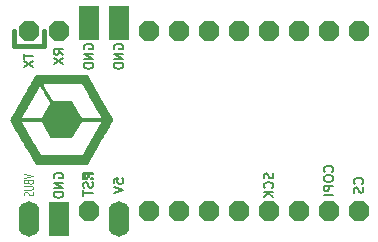
<source format=gbr>
%TF.GenerationSoftware,KiCad,Pcbnew,(6.0.9)*%
%TF.CreationDate,2022-11-13T21:00:24-06:00*%
%TF.ProjectId,melodyous-micro,6d656c6f-6479-46f7-9573-2d6d6963726f,rev?*%
%TF.SameCoordinates,Original*%
%TF.FileFunction,Legend,Bot*%
%TF.FilePolarity,Positive*%
%FSLAX46Y46*%
G04 Gerber Fmt 4.6, Leading zero omitted, Abs format (unit mm)*
G04 Created by KiCad (PCBNEW (6.0.9)) date 2022-11-13 21:00:24*
%MOMM*%
%LPD*%
G01*
G04 APERTURE LIST*
G04 Aperture macros list*
%AMFreePoly0*
4,1,17,0.377620,0.861655,0.861655,0.377620,0.876300,0.342265,0.876300,-0.342265,0.861655,-0.377620,0.377620,-0.861655,0.342265,-0.876300,-0.342265,-0.876300,-0.377620,-0.861655,-0.861655,-0.377620,-0.876300,-0.342265,-0.876300,0.342265,-0.861655,0.377620,-0.377620,0.861655,-0.342265,0.876300,0.342265,0.876300,0.377620,0.861655,0.377620,0.861655,$1*%
G04 Aperture macros list end*
%ADD10C,0.150000*%
%ADD11C,0.100000*%
%ADD12C,0.381000*%
%ADD13O,1.752600X3.000000*%
%ADD14R,1.752600X3.000000*%
%ADD15FreePoly0,0.000000*%
G04 APERTURE END LIST*
D10*
%TO.C,U1*%
X112590000Y-67549476D02*
X112551904Y-67473285D01*
X112551904Y-67359000D01*
X112590000Y-67244714D01*
X112666190Y-67168523D01*
X112742380Y-67130428D01*
X112894761Y-67092333D01*
X113009047Y-67092333D01*
X113161428Y-67130428D01*
X113237619Y-67168523D01*
X113313809Y-67244714D01*
X113351904Y-67359000D01*
X113351904Y-67435190D01*
X113313809Y-67549476D01*
X113275714Y-67587571D01*
X113009047Y-67587571D01*
X113009047Y-67435190D01*
X113351904Y-67930428D02*
X112551904Y-67930428D01*
X113351904Y-68387571D01*
X112551904Y-68387571D01*
X113351904Y-68768523D02*
X112551904Y-68768523D01*
X112551904Y-68959000D01*
X112590000Y-69073285D01*
X112666190Y-69149476D01*
X112742380Y-69187571D01*
X112894761Y-69225666D01*
X113009047Y-69225666D01*
X113161428Y-69187571D01*
X113237619Y-69149476D01*
X113313809Y-69073285D01*
X113351904Y-68959000D01*
X113351904Y-68768523D01*
X113283809Y-78819786D02*
X113321904Y-78934072D01*
X113321904Y-79124548D01*
X113283809Y-79200739D01*
X113245714Y-79238834D01*
X113169523Y-79276929D01*
X113093333Y-79276929D01*
X113017142Y-79238834D01*
X112979047Y-79200739D01*
X112940952Y-79124548D01*
X112902857Y-78972167D01*
X112864761Y-78895977D01*
X112826666Y-78857881D01*
X112750476Y-78819786D01*
X112674285Y-78819786D01*
X112598095Y-78857881D01*
X112560000Y-78895977D01*
X112521904Y-78972167D01*
X112521904Y-79162643D01*
X112560000Y-79276929D01*
X112521904Y-79505500D02*
X112521904Y-79962643D01*
X113321904Y-79734072D02*
X112521904Y-79734072D01*
D11*
X107471904Y-78164333D02*
X108271904Y-78331000D01*
X107471904Y-78497666D01*
X107852857Y-78831000D02*
X107890952Y-78902428D01*
X107929047Y-78926238D01*
X108005238Y-78950047D01*
X108119523Y-78950047D01*
X108195714Y-78926238D01*
X108233809Y-78902428D01*
X108271904Y-78854809D01*
X108271904Y-78664333D01*
X107471904Y-78664333D01*
X107471904Y-78831000D01*
X107510000Y-78878619D01*
X107548095Y-78902428D01*
X107624285Y-78926238D01*
X107700476Y-78926238D01*
X107776666Y-78902428D01*
X107814761Y-78878619D01*
X107852857Y-78831000D01*
X107852857Y-78664333D01*
X107471904Y-79164333D02*
X108119523Y-79164333D01*
X108195714Y-79188142D01*
X108233809Y-79211952D01*
X108271904Y-79259571D01*
X108271904Y-79354809D01*
X108233809Y-79402428D01*
X108195714Y-79426238D01*
X108119523Y-79450047D01*
X107471904Y-79450047D01*
X108233809Y-79664333D02*
X108271904Y-79735761D01*
X108271904Y-79854809D01*
X108233809Y-79902428D01*
X108195714Y-79926238D01*
X108119523Y-79950047D01*
X108043333Y-79950047D01*
X107967142Y-79926238D01*
X107929047Y-79902428D01*
X107890952Y-79854809D01*
X107852857Y-79759571D01*
X107814761Y-79711952D01*
X107776666Y-79688142D01*
X107700476Y-79664333D01*
X107624285Y-79664333D01*
X107548095Y-79688142D01*
X107510000Y-79711952D01*
X107471904Y-79759571D01*
X107471904Y-79878619D01*
X107510000Y-79950047D01*
D10*
X110811904Y-68025666D02*
X110430952Y-67759000D01*
X110811904Y-67568523D02*
X110011904Y-67568523D01*
X110011904Y-67873285D01*
X110050000Y-67949476D01*
X110088095Y-67987571D01*
X110164285Y-68025666D01*
X110278571Y-68025666D01*
X110354761Y-67987571D01*
X110392857Y-67949476D01*
X110430952Y-67873285D01*
X110430952Y-67568523D01*
X110011904Y-68292333D02*
X110811904Y-68825666D01*
X110011904Y-68825666D02*
X110811904Y-68292333D01*
X136135714Y-78947666D02*
X136173809Y-78909571D01*
X136211904Y-78795285D01*
X136211904Y-78719095D01*
X136173809Y-78604809D01*
X136097619Y-78528619D01*
X136021428Y-78490523D01*
X135869047Y-78452428D01*
X135754761Y-78452428D01*
X135602380Y-78490523D01*
X135526190Y-78528619D01*
X135450000Y-78604809D01*
X135411904Y-78719095D01*
X135411904Y-78795285D01*
X135450000Y-78909571D01*
X135488095Y-78947666D01*
X136173809Y-79252428D02*
X136211904Y-79366714D01*
X136211904Y-79557190D01*
X136173809Y-79633380D01*
X136135714Y-79671476D01*
X136059523Y-79709571D01*
X135983333Y-79709571D01*
X135907142Y-79671476D01*
X135869047Y-79633380D01*
X135830952Y-79557190D01*
X135792857Y-79404809D01*
X135754761Y-79328619D01*
X135716666Y-79290523D01*
X135640476Y-79252428D01*
X135564285Y-79252428D01*
X135488095Y-79290523D01*
X135450000Y-79328619D01*
X135411904Y-79404809D01*
X135411904Y-79595285D01*
X135450000Y-79709571D01*
X110050000Y-78471476D02*
X110011904Y-78395285D01*
X110011904Y-78281000D01*
X110050000Y-78166714D01*
X110126190Y-78090523D01*
X110202380Y-78052428D01*
X110354761Y-78014333D01*
X110469047Y-78014333D01*
X110621428Y-78052428D01*
X110697619Y-78090523D01*
X110773809Y-78166714D01*
X110811904Y-78281000D01*
X110811904Y-78357190D01*
X110773809Y-78471476D01*
X110735714Y-78509571D01*
X110469047Y-78509571D01*
X110469047Y-78357190D01*
X110811904Y-78852428D02*
X110011904Y-78852428D01*
X110811904Y-79309571D01*
X110011904Y-79309571D01*
X110811904Y-79690523D02*
X110011904Y-79690523D01*
X110011904Y-79881000D01*
X110050000Y-79995285D01*
X110126190Y-80071476D01*
X110202380Y-80109571D01*
X110354761Y-80147666D01*
X110469047Y-80147666D01*
X110621428Y-80109571D01*
X110697619Y-80071476D01*
X110773809Y-79995285D01*
X110811904Y-79881000D01*
X110811904Y-79690523D01*
X115130000Y-67549476D02*
X115091904Y-67473285D01*
X115091904Y-67359000D01*
X115130000Y-67244714D01*
X115206190Y-67168523D01*
X115282380Y-67130428D01*
X115434761Y-67092333D01*
X115549047Y-67092333D01*
X115701428Y-67130428D01*
X115777619Y-67168523D01*
X115853809Y-67244714D01*
X115891904Y-67359000D01*
X115891904Y-67435190D01*
X115853809Y-67549476D01*
X115815714Y-67587571D01*
X115549047Y-67587571D01*
X115549047Y-67435190D01*
X115891904Y-67930428D02*
X115091904Y-67930428D01*
X115891904Y-68387571D01*
X115091904Y-68387571D01*
X115891904Y-68768523D02*
X115091904Y-68768523D01*
X115091904Y-68959000D01*
X115130000Y-69073285D01*
X115206190Y-69149476D01*
X115282380Y-69187571D01*
X115434761Y-69225666D01*
X115549047Y-69225666D01*
X115701428Y-69187571D01*
X115777619Y-69149476D01*
X115853809Y-69073285D01*
X115891904Y-68959000D01*
X115891904Y-68768523D01*
X115091904Y-78928619D02*
X115091904Y-78547666D01*
X115472857Y-78509571D01*
X115434761Y-78547666D01*
X115396666Y-78623857D01*
X115396666Y-78814333D01*
X115434761Y-78890523D01*
X115472857Y-78928619D01*
X115549047Y-78966714D01*
X115739523Y-78966714D01*
X115815714Y-78928619D01*
X115853809Y-78890523D01*
X115891904Y-78814333D01*
X115891904Y-78623857D01*
X115853809Y-78547666D01*
X115815714Y-78509571D01*
X115091904Y-79195285D02*
X115891904Y-79461952D01*
X115091904Y-79728619D01*
X128553809Y-78052428D02*
X128591904Y-78166714D01*
X128591904Y-78357190D01*
X128553809Y-78433380D01*
X128515714Y-78471476D01*
X128439523Y-78509571D01*
X128363333Y-78509571D01*
X128287142Y-78471476D01*
X128249047Y-78433380D01*
X128210952Y-78357190D01*
X128172857Y-78204809D01*
X128134761Y-78128619D01*
X128096666Y-78090523D01*
X128020476Y-78052428D01*
X127944285Y-78052428D01*
X127868095Y-78090523D01*
X127830000Y-78128619D01*
X127791904Y-78204809D01*
X127791904Y-78395285D01*
X127830000Y-78509571D01*
X128515714Y-79309571D02*
X128553809Y-79271476D01*
X128591904Y-79157190D01*
X128591904Y-79081000D01*
X128553809Y-78966714D01*
X128477619Y-78890523D01*
X128401428Y-78852428D01*
X128249047Y-78814333D01*
X128134761Y-78814333D01*
X127982380Y-78852428D01*
X127906190Y-78890523D01*
X127830000Y-78966714D01*
X127791904Y-79081000D01*
X127791904Y-79157190D01*
X127830000Y-79271476D01*
X127868095Y-79309571D01*
X128591904Y-79652428D02*
X127791904Y-79652428D01*
X128591904Y-80109571D02*
X128134761Y-79766714D01*
X127791904Y-80109571D02*
X128249047Y-79652428D01*
X107471904Y-67930476D02*
X107471904Y-68387619D01*
X108271904Y-68159047D02*
X107471904Y-68159047D01*
X107471904Y-68578095D02*
X108271904Y-69111428D01*
X107471904Y-69111428D02*
X108271904Y-68578095D01*
X133595714Y-77938095D02*
X133633809Y-77900000D01*
X133671904Y-77785714D01*
X133671904Y-77709523D01*
X133633809Y-77595238D01*
X133557619Y-77519047D01*
X133481428Y-77480952D01*
X133329047Y-77442857D01*
X133214761Y-77442857D01*
X133062380Y-77480952D01*
X132986190Y-77519047D01*
X132910000Y-77595238D01*
X132871904Y-77709523D01*
X132871904Y-77785714D01*
X132910000Y-77900000D01*
X132948095Y-77938095D01*
X132871904Y-78433333D02*
X132871904Y-78585714D01*
X132910000Y-78661904D01*
X132986190Y-78738095D01*
X133138571Y-78776190D01*
X133405238Y-78776190D01*
X133557619Y-78738095D01*
X133633809Y-78661904D01*
X133671904Y-78585714D01*
X133671904Y-78433333D01*
X133633809Y-78357142D01*
X133557619Y-78280952D01*
X133405238Y-78242857D01*
X133138571Y-78242857D01*
X132986190Y-78280952D01*
X132910000Y-78357142D01*
X132871904Y-78433333D01*
X133671904Y-79119047D02*
X132871904Y-79119047D01*
X132871904Y-79423809D01*
X132910000Y-79500000D01*
X132948095Y-79538095D01*
X133024285Y-79576190D01*
X133138571Y-79576190D01*
X133214761Y-79538095D01*
X133252857Y-79500000D01*
X133290952Y-79423809D01*
X133290952Y-79119047D01*
X133671904Y-79919047D02*
X132871904Y-79919047D01*
%TO.C,G2\u002A\u002A\u002A*%
G36*
X112411168Y-69725957D02*
G01*
X112865998Y-69726068D01*
X113605998Y-71018059D01*
X113606334Y-71018646D01*
X113726180Y-71227712D01*
X113840545Y-71426871D01*
X113947831Y-71613365D01*
X114046444Y-71784436D01*
X114134786Y-71937326D01*
X114211263Y-72069277D01*
X114274278Y-72177530D01*
X114322235Y-72259328D01*
X114353538Y-72311912D01*
X114366592Y-72332524D01*
X114366904Y-72332867D01*
X114390022Y-72366430D01*
X114416592Y-72415000D01*
X114421241Y-72424262D01*
X114449167Y-72476833D01*
X114488388Y-72547964D01*
X114531952Y-72625000D01*
X114583389Y-72714420D01*
X114630008Y-72794320D01*
X114677290Y-72873764D01*
X114735408Y-72970000D01*
X114736410Y-72971654D01*
X114772771Y-73034570D01*
X114805281Y-73095000D01*
X114813253Y-73110223D01*
X114847754Y-73171427D01*
X114886216Y-73235000D01*
X114900050Y-73257217D01*
X114933807Y-73313682D01*
X114956640Y-73355000D01*
X114957200Y-73356116D01*
X114982491Y-73401780D01*
X115014833Y-73455000D01*
X115019446Y-73462294D01*
X115043812Y-73503072D01*
X115054493Y-73525000D01*
X115054377Y-73526538D01*
X115043751Y-73553179D01*
X115020379Y-73601468D01*
X114990191Y-73660100D01*
X114959121Y-73717770D01*
X114933102Y-73763172D01*
X114918064Y-73785000D01*
X114913115Y-73790887D01*
X114892161Y-73824497D01*
X114864628Y-73875000D01*
X114858154Y-73887031D01*
X114831232Y-73935326D01*
X114787339Y-74013019D01*
X114728477Y-74116606D01*
X114656646Y-74242581D01*
X114573845Y-74387437D01*
X114482074Y-74547670D01*
X114383335Y-74719774D01*
X114279628Y-74900244D01*
X114220816Y-75002580D01*
X114122003Y-75174884D01*
X114030479Y-75334930D01*
X113948058Y-75479519D01*
X113876554Y-75605453D01*
X113817782Y-75709534D01*
X113773556Y-75788562D01*
X113745689Y-75839340D01*
X113735998Y-75858669D01*
X113730944Y-75872065D01*
X113708506Y-75903425D01*
X113707802Y-75904250D01*
X113684500Y-75938606D01*
X113650716Y-75996191D01*
X113613506Y-76065000D01*
X113609706Y-76072293D01*
X113575266Y-76136045D01*
X113547379Y-76183801D01*
X113531773Y-76205700D01*
X113529188Y-76208202D01*
X113510205Y-76237898D01*
X113486475Y-76285700D01*
X113454440Y-76351719D01*
X113420734Y-76410828D01*
X113394955Y-76445000D01*
X113392398Y-76447945D01*
X113374091Y-76477633D01*
X113349113Y-76525000D01*
X113346680Y-76529859D01*
X113310418Y-76598123D01*
X113272109Y-76665000D01*
X113242252Y-76716254D01*
X113201376Y-76788858D01*
X113159570Y-76865000D01*
X113154958Y-76873501D01*
X113119837Y-76936609D01*
X113092164Y-76983655D01*
X113077584Y-77005000D01*
X113076819Y-77005720D01*
X113059715Y-77031116D01*
X113035993Y-77075000D01*
X113015375Y-77114180D01*
X112979024Y-77179776D01*
X112938687Y-77250000D01*
X112871322Y-77365000D01*
X108485998Y-77363930D01*
X107725998Y-76041991D01*
X107713560Y-76020356D01*
X107591964Y-75808857D01*
X107475809Y-75606825D01*
X107366704Y-75417061D01*
X107266260Y-75242367D01*
X107176088Y-75085543D01*
X107097798Y-74949391D01*
X107033002Y-74836712D01*
X106983309Y-74750307D01*
X106950332Y-74692978D01*
X106935679Y-74667525D01*
X106930684Y-74658856D01*
X106902378Y-74609530D01*
X106863089Y-74540888D01*
X106819725Y-74465000D01*
X106819681Y-74464923D01*
X106765950Y-74371221D01*
X106720755Y-74293649D01*
X106674250Y-74215483D01*
X106616587Y-74120000D01*
X106615585Y-74118345D01*
X106579224Y-74055429D01*
X106546714Y-73995000D01*
X106538742Y-73979776D01*
X106504241Y-73918572D01*
X106465779Y-73855000D01*
X106451944Y-73832778D01*
X106418206Y-73776315D01*
X106395403Y-73735000D01*
X106392830Y-73729926D01*
X106379193Y-73705000D01*
X107291397Y-73705000D01*
X107320170Y-73750000D01*
X107334756Y-73774038D01*
X107367370Y-73829451D01*
X107412769Y-73907498D01*
X107467105Y-74001554D01*
X107526528Y-74105000D01*
X107578154Y-74194649D01*
X107630373Y-74284266D01*
X107673058Y-74356366D01*
X107702801Y-74405194D01*
X107716191Y-74425000D01*
X107717499Y-74426290D01*
X107733706Y-74453644D01*
X107754559Y-74500000D01*
X107757814Y-74507819D01*
X107778408Y-74548446D01*
X107793542Y-74565000D01*
X107795376Y-74565523D01*
X107812483Y-74586932D01*
X107834257Y-74630000D01*
X107865859Y-74692638D01*
X107904139Y-74754920D01*
X107943755Y-74814625D01*
X108049410Y-75005000D01*
X108055760Y-75017682D01*
X108079718Y-75062043D01*
X108094987Y-75085000D01*
X108095726Y-75085728D01*
X108112446Y-75111132D01*
X108135998Y-75155000D01*
X108137849Y-75158687D01*
X108161333Y-75201718D01*
X108177367Y-75225000D01*
X108177852Y-75225558D01*
X108192380Y-75248656D01*
X108224241Y-75302129D01*
X108271186Y-75382118D01*
X108330966Y-75484760D01*
X108401330Y-75606195D01*
X108480029Y-75742562D01*
X108564814Y-75890000D01*
X108940827Y-76545000D01*
X112426561Y-76545000D01*
X112461372Y-76470000D01*
X112494959Y-76402245D01*
X112529795Y-76341089D01*
X112556029Y-76305000D01*
X112556718Y-76304254D01*
X112572747Y-76278838D01*
X112595998Y-76235000D01*
X112597862Y-76231286D01*
X112621225Y-76188271D01*
X112637008Y-76165000D01*
X112639568Y-76162058D01*
X112657880Y-76132371D01*
X112682845Y-76085000D01*
X112690610Y-76069747D01*
X112727567Y-76002116D01*
X112767149Y-75935000D01*
X112780542Y-75913074D01*
X112813680Y-75856448D01*
X112835997Y-75815000D01*
X112842597Y-75802070D01*
X112870270Y-75752559D01*
X112904616Y-75695000D01*
X112908968Y-75687934D01*
X112935948Y-75643668D01*
X112960798Y-75601563D01*
X112988834Y-75552297D01*
X113025373Y-75486550D01*
X113075733Y-75395000D01*
X113110778Y-75332688D01*
X113143518Y-75277376D01*
X113164663Y-75245000D01*
X113189310Y-75206513D01*
X113216828Y-75155000D01*
X113218546Y-75151476D01*
X113241085Y-75108343D01*
X113255966Y-75085000D01*
X113256675Y-75084183D01*
X113271896Y-75059311D01*
X113299308Y-75009665D01*
X113333506Y-74945000D01*
X113335194Y-74941756D01*
X113372401Y-74873200D01*
X113405858Y-74816421D01*
X113428506Y-74783425D01*
X113443898Y-74761705D01*
X113455998Y-74728425D01*
X113456849Y-74720733D01*
X113471279Y-74705000D01*
X113475876Y-74702884D01*
X113496592Y-74676632D01*
X113521898Y-74630000D01*
X113529084Y-74615122D01*
X113566190Y-74544075D01*
X113605587Y-74475000D01*
X113618395Y-74453624D01*
X113651572Y-74396695D01*
X113674623Y-74355000D01*
X113681572Y-74342089D01*
X113710060Y-74292573D01*
X113744846Y-74235000D01*
X113755217Y-74217983D01*
X113795573Y-74148052D01*
X113829150Y-74085000D01*
X113835573Y-74072288D01*
X113859920Y-74027946D01*
X113875709Y-74005000D01*
X113888625Y-73986106D01*
X113914468Y-73940821D01*
X113946751Y-73880047D01*
X113977353Y-73824334D01*
X114004848Y-73781470D01*
X114020998Y-73765047D01*
X114027861Y-73761679D01*
X114035998Y-73735000D01*
X114034526Y-73730179D01*
X114024528Y-73723563D01*
X114002105Y-73718193D01*
X113963811Y-73713943D01*
X113906199Y-73710690D01*
X113825822Y-73708309D01*
X113719233Y-73706674D01*
X113582985Y-73705660D01*
X113413632Y-73705144D01*
X113207726Y-73705000D01*
X112379455Y-73705000D01*
X111980000Y-74400000D01*
X111580544Y-75095000D01*
X109778182Y-75105406D01*
X109702090Y-74970325D01*
X109698507Y-74963963D01*
X109677492Y-74926631D01*
X109660171Y-74895883D01*
X109644173Y-74867597D01*
X109627126Y-74837652D01*
X109606660Y-74801926D01*
X109580403Y-74756299D01*
X109545984Y-74696647D01*
X109501033Y-74618851D01*
X109443177Y-74518788D01*
X109370047Y-74392337D01*
X109279270Y-74235376D01*
X108972543Y-73705000D01*
X107291397Y-73705000D01*
X106379193Y-73705000D01*
X106367060Y-73682823D01*
X106334895Y-73627745D01*
X106294291Y-73560490D01*
X106357882Y-73437745D01*
X106358539Y-73436476D01*
X106391987Y-73373832D01*
X106402757Y-73355000D01*
X107315998Y-73355000D01*
X107317466Y-73359816D01*
X107327459Y-73366433D01*
X107349875Y-73371805D01*
X107388161Y-73376054D01*
X107445764Y-73379308D01*
X107526131Y-73381690D01*
X107632709Y-73383325D01*
X107768945Y-73384339D01*
X107938286Y-73384855D01*
X108144180Y-73385000D01*
X108972363Y-73385000D01*
X109334180Y-72755968D01*
X109416428Y-72612768D01*
X109492501Y-72479911D01*
X109559658Y-72362213D01*
X109615684Y-72263572D01*
X109658366Y-72187885D01*
X109685490Y-72139051D01*
X109694841Y-72120968D01*
X109691775Y-72113949D01*
X109671894Y-72076704D01*
X109635807Y-72012090D01*
X109586094Y-71924540D01*
X109525338Y-71818486D01*
X109456118Y-71698359D01*
X109381017Y-71568593D01*
X109302615Y-71433619D01*
X109223494Y-71297870D01*
X109146233Y-71165777D01*
X109073416Y-71041773D01*
X109007621Y-70930290D01*
X108951432Y-70835761D01*
X108907428Y-70762616D01*
X108878191Y-70715290D01*
X108866302Y-70698213D01*
X108851609Y-70704892D01*
X108828177Y-70735000D01*
X108812750Y-70761171D01*
X108795966Y-70785000D01*
X108795277Y-70785745D01*
X108779248Y-70811161D01*
X108755998Y-70855000D01*
X108754133Y-70858713D01*
X108730770Y-70901728D01*
X108714987Y-70925000D01*
X108712427Y-70927941D01*
X108694115Y-70957628D01*
X108669150Y-71005000D01*
X108661385Y-71020252D01*
X108624428Y-71087883D01*
X108584846Y-71155000D01*
X108571453Y-71176925D01*
X108538315Y-71233551D01*
X108515997Y-71275000D01*
X108509398Y-71287929D01*
X108481725Y-71337440D01*
X108447379Y-71395000D01*
X108443027Y-71402065D01*
X108416047Y-71446331D01*
X108391197Y-71488436D01*
X108363161Y-71537702D01*
X108326622Y-71603449D01*
X108276262Y-71695000D01*
X108241217Y-71757311D01*
X108208477Y-71812623D01*
X108187332Y-71845000D01*
X108162685Y-71883486D01*
X108135167Y-71935000D01*
X108133449Y-71938523D01*
X108110910Y-71981656D01*
X108096029Y-72005000D01*
X108095320Y-72005816D01*
X108080099Y-72030688D01*
X108052687Y-72080334D01*
X108018489Y-72145000D01*
X108016801Y-72148243D01*
X107979594Y-72216799D01*
X107946137Y-72273578D01*
X107923489Y-72306574D01*
X107908097Y-72328294D01*
X107895997Y-72361574D01*
X107895146Y-72369266D01*
X107880716Y-72385000D01*
X107876119Y-72387115D01*
X107855403Y-72413367D01*
X107830097Y-72460000D01*
X107822911Y-72474877D01*
X107785805Y-72545924D01*
X107746408Y-72615000D01*
X107733600Y-72636375D01*
X107700423Y-72693304D01*
X107677372Y-72735000D01*
X107670423Y-72747910D01*
X107641935Y-72797426D01*
X107607149Y-72855000D01*
X107596778Y-72872016D01*
X107556422Y-72941947D01*
X107522845Y-73005000D01*
X107516422Y-73017711D01*
X107492075Y-73062053D01*
X107476286Y-73085000D01*
X107463370Y-73103893D01*
X107437527Y-73149178D01*
X107405244Y-73209952D01*
X107374642Y-73265665D01*
X107347147Y-73308529D01*
X107330998Y-73324952D01*
X107324134Y-73328320D01*
X107315998Y-73355000D01*
X106402757Y-73355000D01*
X106418982Y-73326629D01*
X106433735Y-73305000D01*
X106438735Y-73299117D01*
X106459791Y-73265507D01*
X106487367Y-73215000D01*
X106493841Y-73202968D01*
X106520763Y-73154673D01*
X106564656Y-73076980D01*
X106623518Y-72973393D01*
X106695349Y-72847418D01*
X106778150Y-72702562D01*
X106869921Y-72542329D01*
X106968660Y-72370225D01*
X107072367Y-72189755D01*
X107131179Y-72087419D01*
X107229992Y-71915115D01*
X107291397Y-71807737D01*
X107321516Y-71755069D01*
X107403937Y-71610480D01*
X107475441Y-71484546D01*
X107534213Y-71380465D01*
X107578439Y-71301437D01*
X107606306Y-71250659D01*
X107615997Y-71231330D01*
X107621051Y-71217934D01*
X107643489Y-71186574D01*
X107644193Y-71185749D01*
X107667495Y-71151393D01*
X107701279Y-71093808D01*
X107738489Y-71025000D01*
X107742289Y-71017706D01*
X107776729Y-70953954D01*
X107804616Y-70906198D01*
X107820222Y-70884299D01*
X107822807Y-70881797D01*
X107841790Y-70852101D01*
X107865520Y-70804299D01*
X107897555Y-70738280D01*
X107931261Y-70679171D01*
X107957040Y-70645000D01*
X107959597Y-70642054D01*
X107977904Y-70612366D01*
X108002882Y-70565000D01*
X108005315Y-70560140D01*
X108005916Y-70559008D01*
X109135997Y-70559008D01*
X109137562Y-70562970D01*
X109154560Y-70595588D01*
X109188578Y-70657653D01*
X109237517Y-70745430D01*
X109299281Y-70855188D01*
X109371771Y-70983192D01*
X109452890Y-71125710D01*
X109540541Y-71279008D01*
X109945085Y-71985000D01*
X111574040Y-71985000D01*
X111650019Y-72119877D01*
X111653575Y-72126192D01*
X111674567Y-72163482D01*
X111691869Y-72194196D01*
X111707852Y-72222455D01*
X111724887Y-72252380D01*
X111745345Y-72288091D01*
X111771596Y-72333708D01*
X111806011Y-72393353D01*
X111850961Y-72471147D01*
X111908816Y-72571209D01*
X111981947Y-72697661D01*
X112072725Y-72854623D01*
X112379452Y-73385000D01*
X113217725Y-73385000D01*
X113312598Y-73384967D01*
X113484972Y-73384737D01*
X113642121Y-73384306D01*
X113779915Y-73383699D01*
X113894226Y-73382940D01*
X113980924Y-73382054D01*
X114035881Y-73381065D01*
X114054967Y-73380000D01*
X114049009Y-73368242D01*
X114025909Y-73327071D01*
X113988921Y-73262634D01*
X113941784Y-73181310D01*
X113888236Y-73089478D01*
X113832016Y-72993516D01*
X113776864Y-72899802D01*
X113726518Y-72814715D01*
X113684717Y-72744633D01*
X113655201Y-72695935D01*
X113641707Y-72675000D01*
X113640426Y-72673424D01*
X113620695Y-72639768D01*
X113597832Y-72590000D01*
X113594488Y-72582086D01*
X113573669Y-72541522D01*
X113558453Y-72525000D01*
X113556619Y-72524476D01*
X113539512Y-72503067D01*
X113517738Y-72460000D01*
X113486136Y-72397361D01*
X113447856Y-72335079D01*
X113408240Y-72275374D01*
X113302585Y-72085000D01*
X113296235Y-72072317D01*
X113272277Y-72027956D01*
X113257008Y-72005000D01*
X113256269Y-72004271D01*
X113239549Y-71978867D01*
X113215998Y-71935000D01*
X113214146Y-71931312D01*
X113190662Y-71888281D01*
X113174628Y-71865000D01*
X113174143Y-71864441D01*
X113159615Y-71841343D01*
X113127754Y-71787870D01*
X113080809Y-71707881D01*
X113021029Y-71605239D01*
X112950665Y-71483804D01*
X112871966Y-71347437D01*
X112787181Y-71200000D01*
X112411168Y-70545000D01*
X110773583Y-70545000D01*
X110642810Y-70545044D01*
X110396463Y-70545377D01*
X110163485Y-70546013D01*
X109946833Y-70546929D01*
X109749468Y-70548097D01*
X109574349Y-70549493D01*
X109424433Y-70551092D01*
X109302681Y-70552869D01*
X109212052Y-70554797D01*
X109155504Y-70556852D01*
X109135997Y-70559008D01*
X108005916Y-70559008D01*
X108041577Y-70491876D01*
X108079886Y-70425000D01*
X108109743Y-70373745D01*
X108150619Y-70301141D01*
X108192425Y-70225000D01*
X108197037Y-70216498D01*
X108232158Y-70153390D01*
X108259831Y-70106344D01*
X108274411Y-70085000D01*
X108275176Y-70084279D01*
X108292280Y-70058883D01*
X108316002Y-70015000D01*
X108336620Y-69975819D01*
X108372971Y-69910223D01*
X108413308Y-69839999D01*
X108480673Y-69724999D01*
X108866302Y-69725093D01*
X110673335Y-69725534D01*
X112411168Y-69725957D01*
G37*
%TO.C,U1*%
G36*
X113319360Y-78151568D02*
G01*
X112519360Y-78151568D01*
X112519360Y-78051568D01*
X113319360Y-78051568D01*
X113319360Y-78151568D01*
G37*
X113319360Y-78151568D02*
X112519360Y-78151568D01*
X112519360Y-78051568D01*
X113319360Y-78051568D01*
X113319360Y-78151568D01*
G36*
X112619360Y-78551568D02*
G01*
X112519360Y-78551568D01*
X112519360Y-78051568D01*
X112619360Y-78051568D01*
X112619360Y-78551568D01*
G37*
X112619360Y-78551568D02*
X112519360Y-78551568D01*
X112519360Y-78051568D01*
X112619360Y-78051568D01*
X112619360Y-78551568D01*
G36*
X113319360Y-78551568D02*
G01*
X113119360Y-78551568D01*
X113119360Y-78451568D01*
X113319360Y-78451568D01*
X113319360Y-78551568D01*
G37*
X113319360Y-78551568D02*
X113119360Y-78551568D01*
X113119360Y-78451568D01*
X113319360Y-78451568D01*
X113319360Y-78551568D01*
G36*
X112819360Y-78551568D02*
G01*
X112519360Y-78551568D01*
X112519360Y-78451568D01*
X112819360Y-78451568D01*
X112819360Y-78551568D01*
G37*
X112819360Y-78551568D02*
X112519360Y-78551568D01*
X112519360Y-78451568D01*
X112819360Y-78451568D01*
X112819360Y-78551568D01*
G36*
X113019360Y-78351568D02*
G01*
X112919360Y-78351568D01*
X112919360Y-78251568D01*
X113019360Y-78251568D01*
X113019360Y-78351568D01*
G37*
X113019360Y-78351568D02*
X112919360Y-78351568D01*
X112919360Y-78251568D01*
X113019360Y-78251568D01*
X113019360Y-78351568D01*
D12*
X106640000Y-67270000D02*
X109180000Y-67270000D01*
X109180000Y-67270000D02*
X109180000Y-66000000D01*
X106640000Y-67270000D02*
X106640000Y-66000000D01*
%TD*%
D13*
%TO.C,U1*%
X107910000Y-81900400D03*
D14*
X110450000Y-81900400D03*
D15*
X112990000Y-81240000D03*
D13*
X115530000Y-81900400D03*
D15*
X118070000Y-81240000D03*
X120610000Y-81240000D03*
X123150000Y-81240000D03*
X125690000Y-81240000D03*
X128230000Y-81240000D03*
X130770000Y-81240000D03*
X133310000Y-81240000D03*
X135850000Y-81240000D03*
X135850000Y-66000000D03*
X133310000Y-66000000D03*
X130770000Y-66000000D03*
X128230000Y-66000000D03*
X125690000Y-66000000D03*
X123150000Y-66000000D03*
X120610000Y-66000000D03*
X118070000Y-66000000D03*
D14*
X115530000Y-65339600D03*
X112990000Y-65339600D03*
D15*
X110450000Y-66000000D03*
X107910000Y-66000000D03*
%TD*%
M02*

</source>
